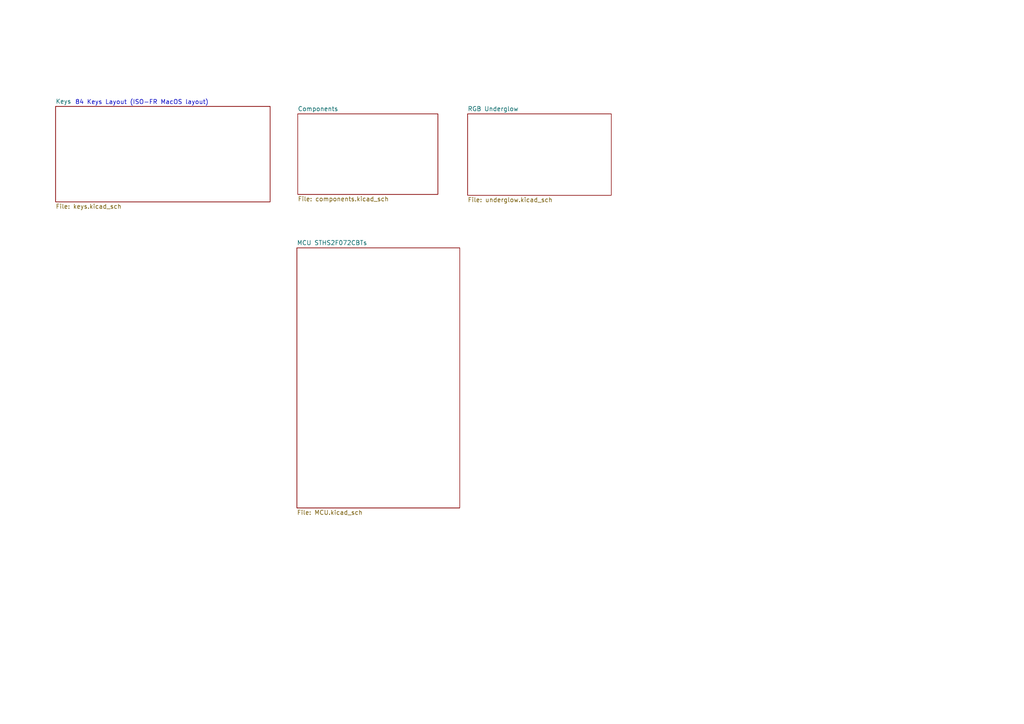
<source format=kicad_sch>
(kicad_sch (version 20211123) (generator eeschema)
  (paper "A4")
  (lib_symbols)
  (text "84 Keys Layout (ISO-FR MacOS layout)" (at 21.7678 30.5054 0) (effects (font (size 1.27 1.27)) (justify left bottom)))
  (sheet (at 86.36 33.02) (size 40.64 23.368) (stroke (width 0.1524))
    (property "Sheet name" "Components" (at 86.36 32.3084 0) (effects (justify left bottom)))
    (property "Sheet file" "components.kicad_sch" (at 86.36 56.9726 0) (effects (justify left top)))
  )
  (sheet (at 86.106 71.882) (size 47.244 75.438) (stroke (width 0.1524))
    (property "Sheet name" "MCU STHS2F072CBTs" (at 86.106 71.1704 0) (effects (justify left bottom)))
    (property "Sheet file" "MCU.kicad_sch" (at 86.106 147.9046 0) (effects (justify left top)))
  )
  (sheet (at 135.636 33.02) (size 41.656 23.622) (stroke (width 0.1524))
    (property "Sheet name" "RGB Underglow" (at 135.636 32.3084 0) (effects (justify left bottom)))
    (property "Sheet file" "underglow.kicad_sch" (at 135.636 57.2266 0) (effects (justify left top)))
  )
  (sheet (at 16.129 30.861) (size 62.23 27.686) (stroke (width 0.1524))
    (property "Sheet name" "Keys" (at 16.129 30.1494 0) (effects (justify left bottom)))
    (property "Sheet file" "keys.kicad_sch" (at 16.129 59.1316 0) (effects (justify left top)))
  )
)
</source>
